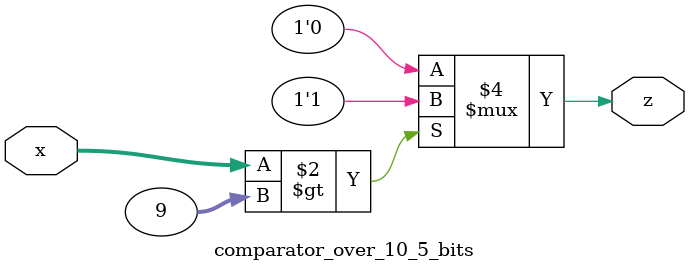
<source format=v>
module comparator_over_10_5_bits(
	input [4:0]x,
	output reg z);
	
	always @(x) begin
		z = 0;
		if(x>9)
			z = 1;
	end
endmodule

</source>
